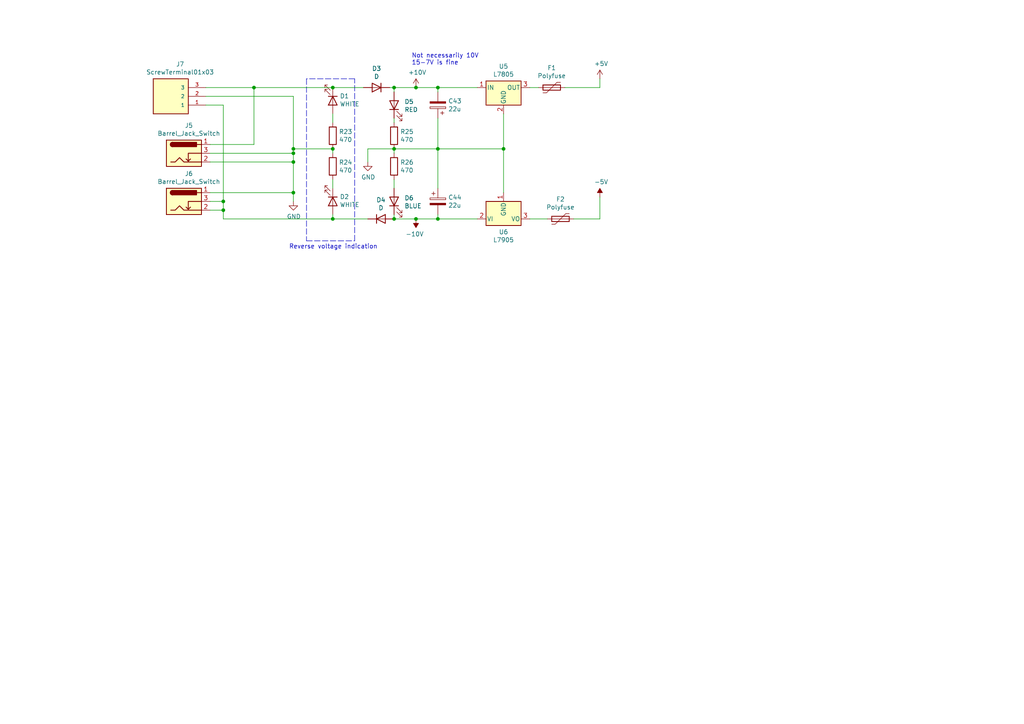
<source format=kicad_sch>
(kicad_sch (version 20211123) (generator eeschema)
  (paper "A4")
  (title_block (rev "2"))
  (lib_symbols
    (symbol "Connector:Barrel_Jack_Switch" (pin_names hide)
      (property "Reference" "J" (at 0 5.334 0))
      (property "Value" "Barrel_Jack_Switch" (at 0 -5.08 0))
      (symbol "Barrel_Jack_Switch_0_1"
        (rectangle (start -5.08 3.81) (end 5.08 -3.81) (stroke (width 0.254)) (fill (type background)))
        (arc (start -3.302 3.175) (mid -3.937 2.54) (end -3.302 1.905) (stroke (width 0.254)))
        (arc (start -3.302 3.175) (mid -3.937 2.54) (end -3.302 1.905) (stroke (width 0.254)) (fill (type outline)))
        (polyline (pts (xy 1.27 -2.286) (xy 1.905 -1.651)) (stroke (width 0.254)))
        (polyline (pts (xy 5.08 2.54) (xy 3.81 2.54)) (stroke (width 0.254)))
        (polyline (pts (xy 5.08 0) (xy 1.27 0) (xy 1.27 -2.286) (xy 0.635 -1.651)) (stroke (width 0.254)))
        (polyline (pts (xy -3.81 -2.54) (xy -2.54 -2.54) (xy -1.27 -1.27) (xy 0 -2.54) (xy 2.54 -2.54) (xy 5.08 -2.54)) (stroke (width 0.254)))
        (rectangle (start 3.683 3.175) (end -3.302 1.905) (stroke (width 0.254)) (fill (type outline)))
      )
      (symbol "Barrel_Jack_Switch_1_1"
        (pin passive line (at 7.62 2.54 180) (length 2.54) (name "~") (number "1"))
        (pin passive line (at 7.62 -2.54 180) (length 2.54) (name "~") (number "2"))
        (pin passive line (at 7.62 0 180) (length 2.54) (name "~") (number "3"))
      )
    )
    (symbol "Device:CP" (pin_numbers hide) (pin_names (offset 0.254))
      (property "Reference" "C" (at 0.635 2.54 0))
      (property "Value" "Device_CP" (at 0.635 -2.54 0))
      (symbol "CP_0_1"
        (rectangle (start -2.286 0.508) (end 2.286 1.016))
        (polyline (pts (xy -1.778 2.286) (xy -0.762 2.286)))
        (polyline (pts (xy -1.27 2.794) (xy -1.27 1.778)))
        (rectangle (start 2.286 -0.508) (end -2.286 -1.016) (fill (type outline)))
      )
      (symbol "CP_1_1"
        (pin passive line (at 0 3.81 270) (length 2.794) (name "~") (number "1"))
        (pin passive line (at 0 -3.81 90) (length 2.794) (name "~") (number "2"))
      )
    )
    (symbol "Device:D" (pin_numbers hide) (pin_names (offset 1.016) hide)
      (property "Reference" "D" (at 0 2.54 0))
      (property "Value" "D" (at 0 -2.54 0))
      (symbol "D_0_1"
        (polyline (pts (xy -1.27 1.27) (xy -1.27 -1.27)) (stroke (width 0.254)))
        (polyline (pts (xy 1.27 0) (xy -1.27 0)))
        (polyline (pts (xy 1.27 1.27) (xy 1.27 -1.27) (xy -1.27 0) (xy 1.27 1.27)) (stroke (width 0.254)))
      )
      (symbol "D_1_1"
        (pin passive line (at -3.81 0 0) (length 2.54) (name "K") (number "1"))
        (pin passive line (at 3.81 0 180) (length 2.54) (name "A") (number "2"))
      )
    )
    (symbol "Device:LED" (pin_numbers hide) (pin_names (offset 1.016) hide)
      (property "Reference" "D" (at 0 2.54 0))
      (property "Value" "LED" (at 0 -2.54 0))
      (symbol "LED_0_1"
        (polyline (pts (xy -1.27 -1.27) (xy -1.27 1.27)) (stroke (width 0.254)))
        (polyline (pts (xy -1.27 0) (xy 1.27 0)))
        (polyline (pts (xy 1.27 -1.27) (xy 1.27 1.27) (xy -1.27 0) (xy 1.27 -1.27)) (stroke (width 0.254)))
        (polyline (pts (xy -3.048 -0.762) (xy -4.572 -2.286) (xy -3.81 -2.286) (xy -4.572 -2.286) (xy -4.572 -1.524)))
        (polyline (pts (xy -1.778 -0.762) (xy -3.302 -2.286) (xy -2.54 -2.286) (xy -3.302 -2.286) (xy -3.302 -1.524)))
      )
      (symbol "LED_1_1"
        (pin passive line (at -3.81 0 0) (length 2.54) (name "K") (number "1"))
        (pin passive line (at 3.81 0 180) (length 2.54) (name "A") (number "2"))
      )
    )
    (symbol "Device:Polyfuse" (pin_numbers hide) (pin_names (offset 0))
      (property "Reference" "F" (at -2.54 0 90))
      (property "Value" "Polyfuse" (at 2.54 0 90))
      (symbol "Polyfuse_0_1"
        (rectangle (start -0.762 2.54) (end 0.762 -2.54) (stroke (width 0.254)))
        (polyline (pts (xy 0 2.54) (xy 0 -2.54)))
        (polyline (pts (xy -1.524 2.54) (xy -1.524 1.524) (xy 1.524 -1.524) (xy 1.524 -2.54)))
      )
      (symbol "Polyfuse_1_1"
        (pin passive line (at 0 3.81 270) (length 1.27) (name "~") (number "1"))
        (pin passive line (at 0 -3.81 90) (length 1.27) (name "~") (number "2"))
      )
    )
    (symbol "Device:R" (pin_numbers hide) (pin_names (offset 0))
      (property "Reference" "R" (at 2.032 0 90))
      (property "Value" "R" (at 0 0 90))
      (symbol "R_0_1"
        (rectangle (start -1.016 -2.54) (end 1.016 2.54) (stroke (width 0.254)))
      )
      (symbol "R_1_1"
        (pin passive line (at 0 3.81 270) (length 1.27) (name "~") (number "1"))
        (pin passive line (at 0 -3.81 90) (length 1.27) (name "~") (number "2"))
      )
    )
    (symbol "Regulator_Linear:L7805" (pin_names (offset 0.254))
      (property "Reference" "U" (at -3.81 3.175 0))
      (property "Value" "L7805" (at 0 3.175 0))
      (symbol "L7805_0_1"
        (rectangle (start -5.08 1.905) (end 5.08 -5.08) (stroke (width 0.254)) (fill (type background)))
      )
      (symbol "L7805_1_1"
        (pin power_in line (at -7.62 0 0) (length 2.54) (name "IN") (number "1"))
        (pin power_in line (at 0 -7.62 90) (length 2.54) (name "GND") (number "2"))
        (pin power_out line (at 7.62 0 180) (length 2.54) (name "OUT") (number "3"))
      )
    )
    (symbol "Regulator_Linear:L7905" (pin_names (offset 0.254))
      (property "Reference" "U" (at -3.81 -3.175 0))
      (property "Value" "L7905" (at 0 -3.175 0))
      (symbol "L7905_0_1"
        (rectangle (start -5.08 5.08) (end 5.08 -1.905) (stroke (width 0.254)) (fill (type background)))
      )
      (symbol "L7905_1_1"
        (pin power_in line (at 0 7.62 270) (length 2.54) (name "GND") (number "1"))
        (pin power_in line (at -7.62 0 0) (length 2.54) (name "VI") (number "2"))
        (pin power_out line (at 7.62 0 180) (length 2.54) (name "VO") (number "3"))
      )
    )
    (symbol "Rx_Preamp-rescue:ScrewTerminal01x03-TB009-508-03BE" (pin_names (offset 1.016))
      (property "Reference" "J" (at -5.588 5.08 0))
      (property "Value" "ScrewTerminal01x03-TB009-508-03BE" (at -5.08 -7.62 0))
      (symbol "ScrewTerminal01x03-TB009-508-03BE_0_0"
        (rectangle (start -5.08 -5.08) (end 5.08 5.08) (stroke (width 0.254)) (fill (type background)))
        (pin passive line (at -10.16 2.54 0) (length 5.08) (name "1") (number "1"))
        (pin passive line (at -10.16 0 0) (length 5.08) (name "2") (number "2"))
        (pin passive line (at -10.16 -2.54 0) (length 5.08) (name "3") (number "3"))
      )
    )
    (symbol "power:+10V" (power) (pin_names (offset 0))
      (property "Value" "+10V" (at 0 3.556 0))
      (symbol "+10V_0_1"
        (polyline (pts (xy -0.762 1.27) (xy 0 2.54)))
        (polyline (pts (xy 0 0) (xy 0 2.54)))
        (polyline (pts (xy 0 2.54) (xy 0.762 1.27)))
      )
      (symbol "+10V_1_1"
        (pin power_in line (at 0 0 90) (length 0) hide (name "+10V") (number "1"))
      )
    )
    (symbol "power:+5V" (power) (pin_names (offset 0))
      (property "Value" "+5V" (at 0 3.556 0))
      (symbol "+5V_0_1"
        (polyline (pts (xy -0.762 1.27) (xy 0 2.54)))
        (polyline (pts (xy 0 0) (xy 0 2.54)))
        (polyline (pts (xy 0 2.54) (xy 0.762 1.27)))
      )
      (symbol "+5V_1_1"
        (pin power_in line (at 0 0 90) (length 0) hide (name "+5V") (number "1"))
      )
    )
    (symbol "power:-10V" (power) (pin_names (offset 0))
      (property "Value" "-10V" (at 0 3.81 0))
      (symbol "-10V_0_0"
        (pin power_in line (at 0 0 90) (length 0) hide (name "-10V") (number "1"))
      )
      (symbol "-10V_0_1"
        (polyline (pts (xy 0 0) (xy 0 1.27) (xy 0.762 1.27) (xy 0 2.54) (xy -0.762 1.27) (xy 0 1.27)) (fill (type outline)))
      )
    )
    (symbol "power:-5V" (power) (pin_names (offset 0))
      (property "Value" "-5V" (at 0 3.81 0))
      (symbol "-5V_0_0"
        (pin power_in line (at 0 0 90) (length 0) hide (name "-5V") (number "1"))
      )
      (symbol "-5V_0_1"
        (polyline (pts (xy 0 0) (xy 0 1.27) (xy 0.762 1.27) (xy 0 2.54) (xy -0.762 1.27) (xy 0 1.27)) (fill (type outline)))
      )
    )
    (symbol "power:GND" (power) (pin_names (offset 0))
      (property "Value" "GND" (at 0 -3.81 0))
      (symbol "GND_0_1"
        (polyline (pts (xy 0 0) (xy 0 -1.27) (xy 1.27 -1.27) (xy 0 -2.54) (xy -1.27 -1.27) (xy 0 -1.27)))
      )
      (symbol "GND_1_1"
        (pin power_in line (at 0 0 270) (length 0) hide (name "GND") (number "1"))
      )
    )
  )
  (junction (at 96.52 63.5))
  (junction (at 120.65 63.5))
  (junction (at 85.09 43.18))
  (junction (at 120.65 25.4))
  (junction (at 73.66 25.4))
  (junction (at 114.3 43.18))
  (junction (at 85.09 44.45))
  (junction (at 64.77 60.96))
  (junction (at 85.09 46.99))
  (junction (at 96.52 43.18))
  (junction (at 64.77 58.42))
  (junction (at 127 63.5))
  (junction (at 127 25.4))
  (junction (at 127 43.18))
  (junction (at 114.3 63.5))
  (junction (at 96.52 25.4))
  (junction (at 85.09 55.88))
  (junction (at 114.3 25.4))
  (junction (at 146.05 43.18))
  (wire (pts (xy 60.96 55.88) (xy 85.09 55.88)))
  (wire (pts (xy 127 62.23) (xy 127 63.5)))
  (wire (pts (xy 158.75 63.5) (xy 153.67 63.5)))
  (wire (pts (xy 85.09 55.88) (xy 85.09 58.42)))
  (wire (pts (xy 64.77 63.5) (xy 96.52 63.5)))
  (wire (pts (xy 105.41 25.4) (xy 96.52 25.4)))
  (wire (pts (xy 96.52 44.45) (xy 96.52 43.18)))
  (wire (pts (xy 60.96 58.42) (xy 64.77 58.42)))
  (wire (pts (xy 85.09 44.45) (xy 85.09 46.99)))
  (wire (pts (xy 85.09 27.94) (xy 85.09 43.18)))
  (wire (pts (xy 127 43.18) (xy 146.05 43.18)))
  (wire (pts (xy 73.66 41.91) (xy 73.66 25.4)))
  (wire (pts (xy 59.69 30.48) (xy 64.77 30.48)))
  (wire (pts (xy 114.3 43.18) (xy 106.68 43.18)))
  (wire (pts (xy 114.3 63.5) (xy 120.65 63.5)))
  (wire (pts (xy 60.96 46.99) (xy 85.09 46.99)))
  (wire (pts (xy 114.3 62.23) (xy 114.3 63.5)))
  (wire (pts (xy 64.77 58.42) (xy 64.77 60.96)))
  (wire (pts (xy 60.96 60.96) (xy 64.77 60.96)))
  (wire (pts (xy 96.52 25.4) (xy 73.66 25.4)))
  (polyline (pts (xy 102.87 69.85) (xy 102.87 22.86)))
  (wire (pts (xy 120.65 63.5) (xy 127 63.5)))
  (wire (pts (xy 173.99 63.5) (xy 173.99 57.15)))
  (wire (pts (xy 106.68 43.18) (xy 106.68 46.99)))
  (wire (pts (xy 114.3 52.07) (xy 114.3 54.61)))
  (wire (pts (xy 114.3 25.4) (xy 114.3 26.67)))
  (wire (pts (xy 60.96 41.91) (xy 73.66 41.91)))
  (wire (pts (xy 173.99 25.4) (xy 173.99 22.86)))
  (polyline (pts (xy 102.87 22.86) (xy 88.9 22.86)))
  (wire (pts (xy 156.21 25.4) (xy 153.67 25.4)))
  (wire (pts (xy 96.52 63.5) (xy 106.68 63.5)))
  (wire (pts (xy 96.52 54.61) (xy 96.52 52.07)))
  (wire (pts (xy 114.3 34.29) (xy 114.3 35.56)))
  (wire (pts (xy 64.77 30.48) (xy 64.77 58.42)))
  (wire (pts (xy 127 25.4) (xy 127 26.67)))
  (wire (pts (xy 60.96 44.45) (xy 85.09 44.45)))
  (wire (pts (xy 96.52 35.56) (xy 96.52 33.02)))
  (wire (pts (xy 127 63.5) (xy 138.43 63.5)))
  (wire (pts (xy 114.3 43.18) (xy 114.3 44.45)))
  (wire (pts (xy 114.3 25.4) (xy 120.65 25.4)))
  (wire (pts (xy 166.37 63.5) (xy 173.99 63.5)))
  (wire (pts (xy 59.69 27.94) (xy 85.09 27.94)))
  (wire (pts (xy 96.52 63.5) (xy 96.52 62.23)))
  (polyline (pts (xy 88.9 22.86) (xy 88.9 69.85)))
  (wire (pts (xy 163.83 25.4) (xy 173.99 25.4)))
  (wire (pts (xy 113.03 25.4) (xy 114.3 25.4)))
  (wire (pts (xy 127 43.18) (xy 127 54.61)))
  (wire (pts (xy 85.09 46.99) (xy 85.09 55.88)))
  (wire (pts (xy 127 43.18) (xy 114.3 43.18)))
  (wire (pts (xy 96.52 43.18) (xy 85.09 43.18)))
  (wire (pts (xy 127 34.29) (xy 127 43.18)))
  (wire (pts (xy 146.05 43.18) (xy 146.05 55.88)))
  (wire (pts (xy 120.65 25.4) (xy 127 25.4)))
  (wire (pts (xy 59.69 25.4) (xy 73.66 25.4)))
  (polyline (pts (xy 88.9 69.85) (xy 102.87 69.85)))
  (wire (pts (xy 127 25.4) (xy 138.43 25.4)))
  (wire (pts (xy 85.09 43.18) (xy 85.09 44.45)))
  (wire (pts (xy 146.05 33.02) (xy 146.05 43.18)))
  (wire (pts (xy 64.77 63.5) (xy 64.77 60.96)))
  (text "Reverse voltage indication" (at 83.82 72.39 0) (effects (font (size 1.27 1.27)) (justify left bottom)))
  (text "Not necessarily 10V\n15-7V is fine" (at 119.38 19.05 0) (effects (font (size 1.27 1.27)) (justify left bottom)))
  (symbol (lib_id "Connector:Barrel_Jack_Switch") (at 53.34 44.45 0) (unit 1)
    (property "Reference" "J5" (at 54.7878 36.3982 0))
    (property "Value" "Barrel_Jack_Switch" (at 54.7878 38.7096 0))
    (property "Footprint" "Connector_BarrelJack:BarrelJack_Horizontal" (effects hide))
  )
  (symbol (lib_id "Connector:Barrel_Jack_Switch") (at 53.34 58.42 0) (unit 1)
    (property "Reference" "J6" (at 54.7878 50.3682 0))
    (property "Value" "Barrel_Jack_Switch" (at 54.7878 52.6796 0))
    (property "Footprint" "Connector_BarrelJack:BarrelJack_Horizontal" (effects hide))
  )
  (symbol (lib_id "power:GND") (at 85.09 58.42 0) (unit 1)
    (property "Reference" "#PWR0155" (effects hide))
    (property "Value" "GND" (at 85.217 62.8142 0))
  )
  (symbol (lib_id "Device:D") (at 109.22 25.4 180) (unit 1)
    (property "Reference" "D3" (at 109.22 19.8882 0))
    (property "Value" "D" (at 109.22 22.1996 0))
    (property "Footprint" "Diode_SMD:D_SMB" (effects hide))
  )
  (symbol (lib_id "Device:D") (at 110.49 63.5 0) (unit 1)
    (property "Reference" "D4" (at 110.49 57.9882 0))
    (property "Value" "D" (at 110.49 60.2996 0))
    (property "Footprint" "Diode_SMD:D_SMB" (effects hide))
  )
  (symbol (lib_id "Device:LED") (at 96.52 29.21 270) (unit 1)
    (property "Reference" "D1" (at 98.552 27.8638 90) (effects (justify left)))
    (property "Value" "WHITE" (at 98.552 30.1752 90) (effects (justify left)))
    (property "Footprint" "LED_SMD:LED_1206_3216Metric_Castellated" (effects hide))
  )
  (symbol (lib_id "Device:R") (at 96.52 39.37 0) (unit 1)
    (property "Reference" "R23" (at 98.298 38.2016 0) (effects (justify left)))
    (property "Value" "470" (at 98.298 40.513 0) (effects (justify left)))
    (property "Footprint" "Resistor_SMD:R_1206_3216Metric" (effects hide))
  )
  (symbol (lib_id "Device:R") (at 96.52 48.26 0) (unit 1)
    (property "Reference" "R24" (at 98.298 47.0916 0) (effects (justify left)))
    (property "Value" "470" (at 98.298 49.403 0) (effects (justify left)))
    (property "Footprint" "Resistor_SMD:R_1206_3216Metric" (effects hide))
  )
  (symbol (lib_id "Device:LED") (at 96.52 58.42 270) (unit 1)
    (property "Reference" "D2" (at 98.552 57.0738 90) (effects (justify left)))
    (property "Value" "WHITE" (at 98.552 59.3852 90) (effects (justify left)))
    (property "Footprint" "LED_SMD:LED_1206_3216Metric_Castellated" (effects hide))
  )
  (symbol (lib_id "power:-10V") (at 120.65 63.5 180) (unit 1)
    (property "Reference" "#PWR0156" (effects hide))
    (property "Value" "-10V" (at 120.269 67.8942 0))
  )
  (symbol (lib_id "power:+10V") (at 120.65 25.4 0) (unit 1)
    (property "Reference" "#PWR0157" (effects hide))
    (property "Value" "+10V" (at 121.031 21.0058 0))
  )
  (symbol (lib_id "Device:LED") (at 114.3 30.48 90) (unit 1)
    (property "Reference" "D5" (at 117.2972 29.4894 90) (effects (justify right)))
    (property "Value" "RED" (at 117.2972 31.8008 90) (effects (justify right)))
    (property "Footprint" "LED_SMD:LED_1206_3216Metric_Castellated" (effects hide))
  )
  (symbol (lib_id "Device:R") (at 114.3 39.37 0) (unit 1)
    (property "Reference" "R25" (at 116.078 38.2016 0) (effects (justify left)))
    (property "Value" "470" (at 116.078 40.513 0) (effects (justify left)))
    (property "Footprint" "Resistor_SMD:R_1206_3216Metric" (effects hide))
  )
  (symbol (lib_id "Device:LED") (at 114.3 58.42 90) (unit 1)
    (property "Reference" "D6" (at 117.2972 57.4294 90) (effects (justify right)))
    (property "Value" "BLUE" (at 117.2972 59.7408 90) (effects (justify right)))
    (property "Footprint" "LED_SMD:LED_1206_3216Metric_Castellated" (effects hide))
  )
  (symbol (lib_id "Device:R") (at 114.3 48.26 0) (unit 1)
    (property "Reference" "R26" (at 116.078 47.0916 0) (effects (justify left)))
    (property "Value" "470" (at 116.078 49.403 0) (effects (justify left)))
    (property "Footprint" "Resistor_SMD:R_1206_3216Metric" (effects hide))
  )
  (symbol (lib_id "power:GND") (at 106.68 46.99 0) (unit 1)
    (property "Reference" "#PWR0158" (effects hide))
    (property "Value" "GND" (at 106.807 51.3842 0))
  )
  (symbol (lib_id "Rx_Preamp-rescue:ScrewTerminal01x03-TB009-508-03BE") (at 49.53 27.94 180) (unit 1)
    (property "Reference" "J7" (at 52.2478 18.6182 0))
    (property "Value" "ScrewTerminal01x03" (at 52.2478 20.9296 0))
    (property "Footprint" "Martinos:CUI_TB009-508-03BE" (effects hide))
    (property "STANDARD" "Manufacturer Recommendations" (effects hide))
    (property "MANUFACTURER" "CUI" (effects hide))
  )
  (symbol (lib_id "Regulator_Linear:L7805") (at 146.05 25.4 0) (unit 1)
    (property "Reference" "U5" (at 146.05 19.2532 0))
    (property "Value" "L7805" (at 146.05 21.5646 0))
    (property "Footprint" "Package_TO_SOT_THT:TO-220-3_Vertical" (effects hide))
    (property "Datasheet" "http://www.st.com/content/ccc/resource/technical/document/datasheet/41/4f/b3/b0/12/d4/47/88/CD00000444.pdf/files/CD00000444.pdf/jcr:content/translations/en.CD00000444.pdf" (effects hide))
  )
  (symbol (lib_id "Regulator_Linear:L7905") (at 146.05 63.5 0) (unit 1)
    (property "Reference" "U6" (at 146.05 67.2846 0))
    (property "Value" "L7905" (at 146.05 69.596 0))
    (property "Footprint" "Package_TO_SOT_THT:TO-220-3_Vertical" (effects hide))
    (property "Datasheet" "http://www.st.com/content/ccc/resource/technical/document/datasheet/c9/16/86/41/c7/2b/45/f2/CD00000450.pdf/files/CD00000450.pdf/jcr:content/translations/en.CD00000450.pdf" (effects hide))
  )
  (symbol (lib_id "Device:CP") (at 127 58.42 0) (unit 1)
    (property "Reference" "C44" (at 129.9972 57.2516 0) (effects (justify left)))
    (property "Value" "22u" (at 129.9972 59.563 0) (effects (justify left)))
    (property "Footprint" "Capacitor_THT:CP_Radial_D5.0mm_P2.50mm" (effects hide))
  )
  (symbol (lib_id "Device:CP") (at 127 30.48 180) (unit 1)
    (property "Reference" "C43" (at 129.9972 29.3116 0) (effects (justify right)))
    (property "Value" "22u" (at 129.9972 31.623 0) (effects (justify right)))
    (property "Footprint" "Capacitor_THT:CP_Radial_D5.0mm_P2.50mm" (effects hide))
  )
  (symbol (lib_id "power:-5V") (at 173.99 57.15 0) (unit 1)
    (property "Reference" "#PWR0138" (effects hide))
    (property "Value" "-5V" (at 174.371 52.7558 0))
  )
  (symbol (lib_id "power:+5V") (at 173.99 22.86 0) (unit 1)
    (property "Reference" "#PWR0139" (effects hide))
    (property "Value" "+5V" (at 174.371 18.4658 0))
  )
  (symbol (lib_id "Device:Polyfuse") (at 162.56 63.5 270) (unit 1)
    (property "Reference" "F2" (at 162.56 57.785 90))
    (property "Value" "Polyfuse" (at 162.56 60.0964 90))
    (property "Footprint" "Fuse:Fuse_1206_3216Metric" (effects hide))
  )
  (symbol (lib_id "Device:Polyfuse") (at 160.02 25.4 270) (unit 1)
    (property "Reference" "F1" (at 160.02 19.685 90))
    (property "Value" "Polyfuse" (at 160.02 21.9964 90))
    (property "Footprint" "Fuse:Fuse_1206_3216Metric" (effects hide))
  )
)
</source>
